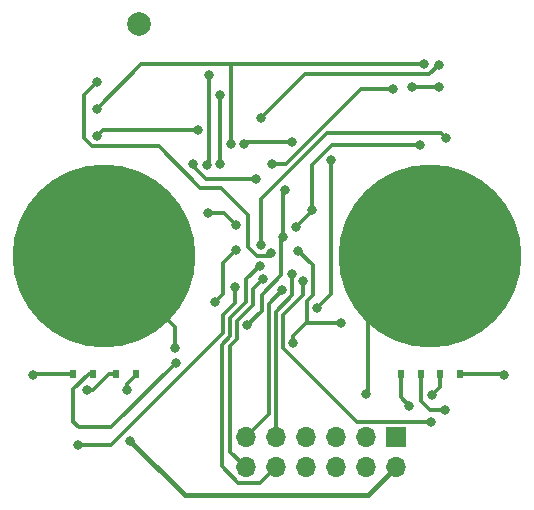
<source format=gbl>
G04 #@! TF.GenerationSoftware,KiCad,Pcbnew,no-vcs-found-d4e41c4~58~ubuntu16.04.1*
G04 #@! TF.CreationDate,2017-05-10T09:32:49+03:00*
G04 #@! TF.ProjectId,livolo_2_channels_1way_eu_switch,6C69766F6C6F5F325F6368616E6E656C,rev?*
G04 #@! TF.FileFunction,Copper,L2,Bot,Signal*
G04 #@! TF.FilePolarity,Positive*
%FSLAX46Y46*%
G04 Gerber Fmt 4.6, Leading zero omitted, Abs format (unit mm)*
G04 Created by KiCad (PCBNEW no-vcs-found-d4e41c4~58~ubuntu16.04.1) date Wed May 10 09:32:49 2017*
%MOMM*%
%LPD*%
G01*
G04 APERTURE LIST*
%ADD10C,0.100000*%
%ADD11C,15.500000*%
%ADD12R,1.700000X1.700000*%
%ADD13O,1.700000X1.700000*%
%ADD14R,0.600000X0.800000*%
%ADD15C,1.998980*%
%ADD16C,0.800000*%
%ADD17C,0.300000*%
%ADD18C,0.450000*%
G04 APERTURE END LIST*
D10*
D11*
X156250000Y-92150000D03*
X128650000Y-92150000D03*
D12*
X153330000Y-107510000D03*
D13*
X153330000Y-110050000D03*
X150790000Y-107510000D03*
X150790000Y-110050000D03*
X148250000Y-107510000D03*
X148250000Y-110050000D03*
X145710000Y-107510000D03*
X145710000Y-110050000D03*
X143170000Y-107510000D03*
X143170000Y-110050000D03*
X140630000Y-107510000D03*
X140630000Y-110050000D03*
D14*
X129650000Y-102150000D03*
X131350000Y-102150000D03*
X126000000Y-102150000D03*
X127700000Y-102150000D03*
X158800000Y-102150000D03*
X157100000Y-102150000D03*
X155450000Y-102150000D03*
X153750000Y-102150000D03*
D15*
X131550000Y-72550000D03*
D16*
X155400000Y-82800000D03*
X144653004Y-99568000D03*
X156375000Y-103975000D03*
X134687489Y-101199990D03*
X146225009Y-88306238D03*
X144900000Y-89700000D03*
X137317018Y-84464922D03*
X145033547Y-91716453D03*
X137499998Y-76850000D03*
X148700000Y-97824982D03*
X139800000Y-89550002D03*
X137450000Y-88524998D03*
X140773760Y-98048303D03*
X130549966Y-103549989D03*
X154450000Y-104849998D03*
X138416234Y-84423097D03*
X154700002Y-77875000D03*
X156974998Y-77900000D03*
X138432929Y-78572282D03*
X143992417Y-86553252D03*
X143802464Y-90525717D03*
X138000000Y-96075012D03*
X139800000Y-91667529D03*
X142799990Y-91945222D03*
X128050002Y-77425000D03*
X130850000Y-107799984D03*
X150850000Y-103850000D03*
X134652342Y-100001234D03*
X136625002Y-81475000D03*
X140444049Y-82657764D03*
X144575010Y-82550000D03*
X128000012Y-82050010D03*
X139345788Y-82719813D03*
X155700000Y-75925000D03*
X128000014Y-79725000D03*
X156975000Y-75975002D03*
X141950000Y-80450000D03*
X127200000Y-103500000D03*
X122625000Y-102225000D03*
X162500000Y-102250000D03*
X157504617Y-105225361D03*
X147855625Y-84046471D03*
X146650032Y-96603597D03*
X139697783Y-94769178D03*
X126460463Y-108164798D03*
X145436975Y-94299999D03*
X156350937Y-106200012D03*
X144544090Y-93657518D03*
X142100010Y-94103486D03*
X143694080Y-95093230D03*
X141805637Y-92998142D03*
X157566229Y-82183121D03*
X141918510Y-91228448D03*
X136200000Y-84425000D03*
X141500002Y-85650000D03*
X142874990Y-84375000D03*
X153125000Y-78000000D03*
D17*
X147900000Y-82800000D02*
X155400000Y-82800000D01*
X146225009Y-88306238D02*
X146225009Y-84474991D01*
X146225009Y-84474991D02*
X147900000Y-82800000D01*
X144653004Y-98947018D02*
X144653004Y-99568000D01*
X145800022Y-97800000D02*
X144653004Y-98947018D01*
X157100000Y-102150000D02*
X157100000Y-103250000D01*
X157100000Y-103250000D02*
X156375000Y-103975000D01*
X126024999Y-106192827D02*
X126486018Y-106653846D01*
X126024999Y-103466999D02*
X126024999Y-106192827D01*
X127341998Y-102150000D02*
X126024999Y-103466999D01*
X129233633Y-106653846D02*
X134687489Y-101199990D01*
X127700000Y-102150000D02*
X127341998Y-102150000D01*
X126486018Y-106653846D02*
X129233633Y-106653846D01*
X146225009Y-88374991D02*
X146225009Y-88306238D01*
X144900000Y-89700000D02*
X146225009Y-88374991D01*
X148700000Y-97824982D02*
X145825004Y-97824982D01*
X145825004Y-97824982D02*
X145800022Y-97800000D01*
X145800022Y-97800000D02*
X145800022Y-95948306D01*
X146286986Y-92969892D02*
X145033547Y-91716453D01*
X146286986Y-95461342D02*
X146286986Y-92969892D01*
X145800022Y-95948306D02*
X146286986Y-95461342D01*
X137499998Y-84281942D02*
X137317018Y-84464922D01*
X137499998Y-76850000D02*
X137499998Y-84281942D01*
X137450000Y-88524998D02*
X138774996Y-88524998D01*
X138774996Y-88524998D02*
X139800000Y-89550002D01*
X143802464Y-90525717D02*
X143774283Y-90525717D01*
X141963967Y-96858096D02*
X140773760Y-98048303D01*
X143774283Y-90525717D02*
X143650000Y-90650000D01*
X143650000Y-93811498D02*
X141963967Y-95497531D01*
X143650000Y-90650000D02*
X143650000Y-93811498D01*
X141963967Y-95497531D02*
X141963967Y-96858096D01*
X130549966Y-103050034D02*
X130549966Y-103549989D01*
X131350000Y-102250000D02*
X130549966Y-103050034D01*
X131350000Y-102150000D02*
X131350000Y-102250000D01*
X153750000Y-104149998D02*
X154450000Y-104849998D01*
X153750000Y-102150000D02*
X153750000Y-104149998D01*
X138432929Y-84406402D02*
X138416234Y-84423097D01*
X138432929Y-78572282D02*
X138432929Y-84406402D01*
X156974998Y-77900000D02*
X154725002Y-77900000D01*
X154725002Y-77900000D02*
X154700002Y-77875000D01*
X143802464Y-86743205D02*
X143992417Y-86553252D01*
X143802464Y-90525717D02*
X143802464Y-86743205D01*
X139800000Y-91667529D02*
X138675000Y-92792529D01*
X138675000Y-92792529D02*
X138675000Y-95400012D01*
X138675000Y-95400012D02*
X138000000Y-96075012D01*
X142597071Y-92148141D02*
X142799990Y-91945222D01*
X140850000Y-88700000D02*
X140850000Y-91415685D01*
X138525001Y-86375001D02*
X140850000Y-88700000D01*
X140850000Y-91415685D02*
X141582456Y-92148141D01*
X136750001Y-86375001D02*
X138525001Y-86375001D01*
X133275012Y-82900012D02*
X136750001Y-86375001D01*
X126900000Y-78575002D02*
X126900000Y-82208002D01*
X128050002Y-77425000D02*
X126900000Y-78575002D01*
X127592010Y-82900012D02*
X133275012Y-82900012D01*
X141582456Y-92148141D02*
X142597071Y-92148141D01*
X126900000Y-82208002D02*
X127592010Y-82900012D01*
D18*
X153330000Y-110050000D02*
X150955000Y-112425000D01*
X135475016Y-112425000D02*
X130850000Y-107799984D01*
X150955000Y-112425000D02*
X135475016Y-112425000D01*
D17*
X156250000Y-92150000D02*
X150949999Y-97450001D01*
X150949999Y-97450001D02*
X150949999Y-103750001D01*
X150949999Y-103750001D02*
X150850000Y-103850000D01*
X128650000Y-92150000D02*
X134652342Y-98152342D01*
X134652342Y-98152342D02*
X134652342Y-100001234D01*
X128575022Y-81475000D02*
X136625002Y-81475000D01*
X128000012Y-82050010D02*
X128575022Y-81475000D01*
X144575010Y-82550000D02*
X140551813Y-82550000D01*
X140551813Y-82550000D02*
X140444049Y-82657764D01*
X139345788Y-75995788D02*
X139345788Y-82719813D01*
X139275000Y-75925000D02*
X139345788Y-75995788D01*
X155700000Y-75925000D02*
X139275000Y-75925000D01*
X139275000Y-75925000D02*
X131800014Y-75925000D01*
X131800014Y-75925000D02*
X128000014Y-79725000D01*
X141950000Y-80450000D02*
X145624998Y-76775002D01*
X145624998Y-76775002D02*
X156175000Y-76775002D01*
X156175000Y-76775002D02*
X156975000Y-75975002D01*
X129650000Y-102150000D02*
X129050000Y-102150000D01*
X129050000Y-102150000D02*
X127700000Y-103500000D01*
X127700000Y-103500000D02*
X127200000Y-103500000D01*
X122700000Y-102150000D02*
X122625000Y-102225000D01*
X126000000Y-102150000D02*
X122700000Y-102150000D01*
X162400000Y-102150000D02*
X162500000Y-102250000D01*
X158800000Y-102150000D02*
X162400000Y-102150000D01*
X155450000Y-102150000D02*
X155450000Y-104408002D01*
X155450000Y-104408002D02*
X156267359Y-105225361D01*
X156267359Y-105225361D02*
X157504617Y-105225361D01*
X147855625Y-95398004D02*
X147855625Y-84046471D01*
X146650032Y-96603597D02*
X147855625Y-95398004D01*
X139697783Y-96169190D02*
X139697783Y-94769178D01*
X129227188Y-108164798D02*
X138723736Y-98668250D01*
X126460463Y-108164798D02*
X129227188Y-108164798D01*
X138723736Y-97143237D02*
X139697783Y-96169190D01*
X138723736Y-98668250D02*
X138723736Y-97143237D01*
X150042008Y-106200012D02*
X143764000Y-99922003D01*
X143764000Y-97135785D02*
X145436975Y-95462810D01*
X156350937Y-106200012D02*
X150042008Y-106200012D01*
X143764000Y-99922003D02*
X143764000Y-97135785D01*
X145436975Y-95462810D02*
X145436975Y-94299999D01*
X144544090Y-95507152D02*
X144544090Y-93657518D01*
X143163989Y-96887253D02*
X144544090Y-95507152D01*
X143163989Y-100170535D02*
X143163989Y-96887253D01*
X143170000Y-107510000D02*
X143170000Y-100176546D01*
X143170000Y-100176546D02*
X143163989Y-100170535D01*
X140630000Y-110050000D02*
X139329999Y-108749999D01*
X141249969Y-96325490D02*
X141249969Y-94953527D01*
X139329999Y-99822997D02*
X139923758Y-99229238D01*
X141249969Y-94953527D02*
X142100010Y-94103486D01*
X139923758Y-97651701D02*
X141249969Y-96325490D01*
X139329999Y-108749999D02*
X139329999Y-99822997D01*
X139923758Y-99229238D02*
X139923758Y-97651701D01*
X142563978Y-96223332D02*
X143694080Y-95093230D01*
X142563978Y-105576022D02*
X142563978Y-96223332D01*
X140630000Y-107510000D02*
X142563978Y-105576022D01*
X140649958Y-96065558D02*
X140649958Y-94153821D01*
X140649958Y-94153821D02*
X141805637Y-92998142D01*
X139323747Y-98980706D02*
X139323747Y-97391769D01*
X139323747Y-97391769D02*
X140649958Y-96065558D01*
X141869999Y-111350001D02*
X140005999Y-111350001D01*
X140005999Y-111350001D02*
X138599991Y-109943993D01*
X143170000Y-110050000D02*
X141869999Y-111350001D01*
X138599991Y-109943993D02*
X138599991Y-99704462D01*
X138599991Y-99704462D02*
X139323747Y-98980706D01*
X141918510Y-91228448D02*
X141918510Y-87332947D01*
X141918510Y-87332947D02*
X147468335Y-81783122D01*
X147468335Y-81783122D02*
X157166230Y-81783122D01*
X157166230Y-81783122D02*
X157566229Y-82183121D01*
X136200000Y-84550000D02*
X136200000Y-84425000D01*
X141500002Y-85650000D02*
X137300000Y-85650000D01*
X137300000Y-85650000D02*
X136200000Y-84550000D01*
X144027914Y-84375000D02*
X142874990Y-84375000D01*
X150402914Y-78000000D02*
X144027914Y-84375000D01*
X153125000Y-78000000D02*
X150402914Y-78000000D01*
M02*

</source>
